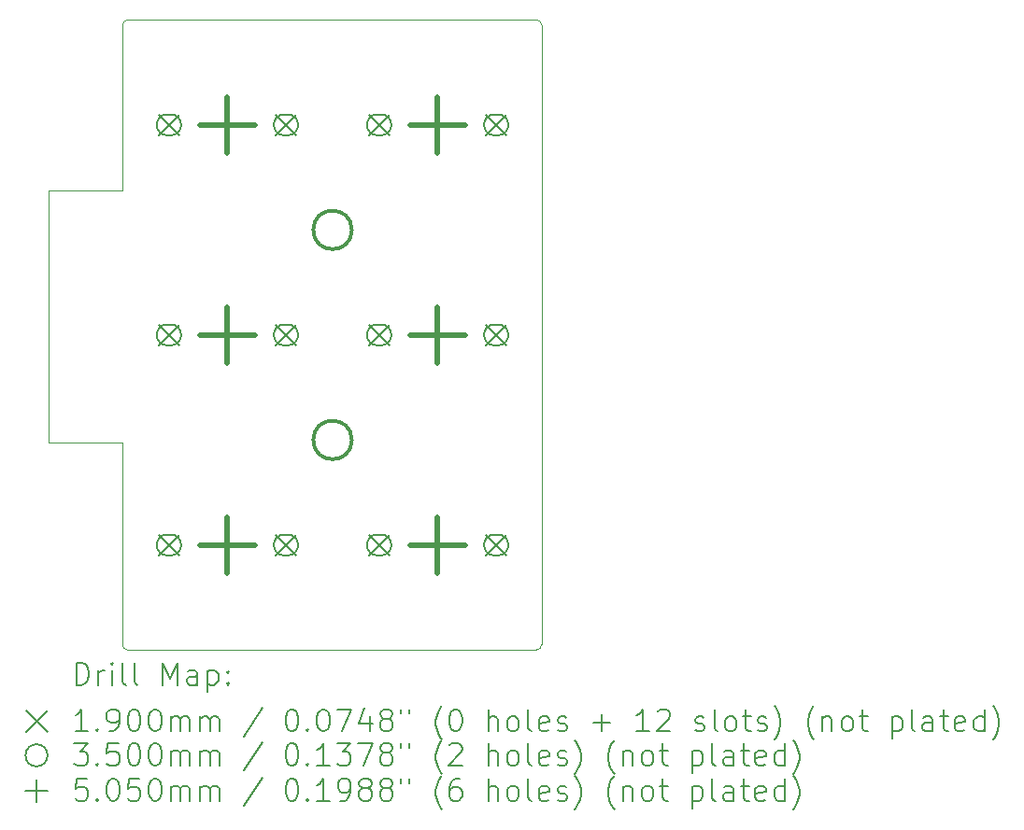
<source format=gbr>
%TF.GenerationSoftware,KiCad,Pcbnew,7.0.5*%
%TF.CreationDate,2023-07-24T08:43:02+08:00*%
%TF.ProjectId,RM,524d2e6b-6963-4616-945f-706362585858,rev?*%
%TF.SameCoordinates,Original*%
%TF.FileFunction,Drillmap*%
%TF.FilePolarity,Positive*%
%FSLAX45Y45*%
G04 Gerber Fmt 4.5, Leading zero omitted, Abs format (unit mm)*
G04 Created by KiCad (PCBNEW 7.0.5) date 2023-07-24 08:43:02*
%MOMM*%
%LPD*%
G01*
G04 APERTURE LIST*
%ADD10C,0.100000*%
%ADD11C,0.200000*%
%ADD12C,0.190000*%
%ADD13C,0.350000*%
%ADD14C,0.505000*%
G04 APERTURE END LIST*
D10*
X11403500Y-4490500D02*
G75*
G03*
X11353500Y-4540500I0J-50000D01*
G01*
X15153500Y-4540500D02*
G75*
G03*
X15103500Y-4490500I-50000J0D01*
G01*
X15103500Y-10205500D02*
G75*
G03*
X15153500Y-10155500I0J50000D01*
G01*
X11353500Y-10155500D02*
G75*
G03*
X11403500Y-10205500I50000J0D01*
G01*
X10681000Y-8321000D02*
X11353500Y-8321000D01*
X15153500Y-10155500D02*
X15153500Y-4540500D01*
X15103500Y-4490500D02*
X11403500Y-4490500D01*
X10681000Y-6035000D02*
X10681000Y-8321000D01*
X15103500Y-10205500D02*
X11403500Y-10205500D01*
X11353500Y-8321000D02*
X11353500Y-10155500D01*
X11353500Y-6035000D02*
X11353500Y-4540500D01*
X10681000Y-6035000D02*
X11353500Y-6035000D01*
D11*
D12*
X11681000Y-5348000D02*
X11871000Y-5538000D01*
X11871000Y-5348000D02*
X11681000Y-5538000D01*
D11*
X11761000Y-5538000D02*
X11791000Y-5538000D01*
X11791000Y-5538000D02*
G75*
G03*
X11791000Y-5348000I0J95000D01*
G01*
X11791000Y-5348000D02*
X11761000Y-5348000D01*
X11761000Y-5348000D02*
G75*
G03*
X11761000Y-5538000I0J-95000D01*
G01*
D12*
X11681000Y-7253000D02*
X11871000Y-7443000D01*
X11871000Y-7253000D02*
X11681000Y-7443000D01*
D11*
X11761000Y-7443000D02*
X11791000Y-7443000D01*
X11791000Y-7443000D02*
G75*
G03*
X11791000Y-7253000I0J95000D01*
G01*
X11791000Y-7253000D02*
X11761000Y-7253000D01*
X11761000Y-7253000D02*
G75*
G03*
X11761000Y-7443000I0J-95000D01*
G01*
D12*
X11681000Y-9158000D02*
X11871000Y-9348000D01*
X11871000Y-9158000D02*
X11681000Y-9348000D01*
D11*
X11761000Y-9348000D02*
X11791000Y-9348000D01*
X11791000Y-9348000D02*
G75*
G03*
X11791000Y-9158000I0J95000D01*
G01*
X11791000Y-9158000D02*
X11761000Y-9158000D01*
X11761000Y-9158000D02*
G75*
G03*
X11761000Y-9348000I0J-95000D01*
G01*
D12*
X12741000Y-5348000D02*
X12931000Y-5538000D01*
X12931000Y-5348000D02*
X12741000Y-5538000D01*
D11*
X12821000Y-5538000D02*
X12851000Y-5538000D01*
X12851000Y-5538000D02*
G75*
G03*
X12851000Y-5348000I0J95000D01*
G01*
X12851000Y-5348000D02*
X12821000Y-5348000D01*
X12821000Y-5348000D02*
G75*
G03*
X12821000Y-5538000I0J-95000D01*
G01*
D12*
X12741000Y-7253000D02*
X12931000Y-7443000D01*
X12931000Y-7253000D02*
X12741000Y-7443000D01*
D11*
X12821000Y-7443000D02*
X12851000Y-7443000D01*
X12851000Y-7443000D02*
G75*
G03*
X12851000Y-7253000I0J95000D01*
G01*
X12851000Y-7253000D02*
X12821000Y-7253000D01*
X12821000Y-7253000D02*
G75*
G03*
X12821000Y-7443000I0J-95000D01*
G01*
D12*
X12741000Y-9158000D02*
X12931000Y-9348000D01*
X12931000Y-9158000D02*
X12741000Y-9348000D01*
D11*
X12821000Y-9348000D02*
X12851000Y-9348000D01*
X12851000Y-9348000D02*
G75*
G03*
X12851000Y-9158000I0J95000D01*
G01*
X12851000Y-9158000D02*
X12821000Y-9158000D01*
X12821000Y-9158000D02*
G75*
G03*
X12821000Y-9348000I0J-95000D01*
G01*
D12*
X13586000Y-5348000D02*
X13776000Y-5538000D01*
X13776000Y-5348000D02*
X13586000Y-5538000D01*
D11*
X13666000Y-5538000D02*
X13696000Y-5538000D01*
X13696000Y-5538000D02*
G75*
G03*
X13696000Y-5348000I0J95000D01*
G01*
X13696000Y-5348000D02*
X13666000Y-5348000D01*
X13666000Y-5348000D02*
G75*
G03*
X13666000Y-5538000I0J-95000D01*
G01*
D12*
X13586000Y-7253000D02*
X13776000Y-7443000D01*
X13776000Y-7253000D02*
X13586000Y-7443000D01*
D11*
X13666000Y-7443000D02*
X13696000Y-7443000D01*
X13696000Y-7443000D02*
G75*
G03*
X13696000Y-7253000I0J95000D01*
G01*
X13696000Y-7253000D02*
X13666000Y-7253000D01*
X13666000Y-7253000D02*
G75*
G03*
X13666000Y-7443000I0J-95000D01*
G01*
D12*
X13586000Y-9158000D02*
X13776000Y-9348000D01*
X13776000Y-9158000D02*
X13586000Y-9348000D01*
D11*
X13666000Y-9348000D02*
X13696000Y-9348000D01*
X13696000Y-9348000D02*
G75*
G03*
X13696000Y-9158000I0J95000D01*
G01*
X13696000Y-9158000D02*
X13666000Y-9158000D01*
X13666000Y-9158000D02*
G75*
G03*
X13666000Y-9348000I0J-95000D01*
G01*
D12*
X14646000Y-5348000D02*
X14836000Y-5538000D01*
X14836000Y-5348000D02*
X14646000Y-5538000D01*
D11*
X14726000Y-5538000D02*
X14756000Y-5538000D01*
X14756000Y-5538000D02*
G75*
G03*
X14756000Y-5348000I0J95000D01*
G01*
X14756000Y-5348000D02*
X14726000Y-5348000D01*
X14726000Y-5348000D02*
G75*
G03*
X14726000Y-5538000I0J-95000D01*
G01*
D12*
X14646000Y-7253000D02*
X14836000Y-7443000D01*
X14836000Y-7253000D02*
X14646000Y-7443000D01*
D11*
X14726000Y-7443000D02*
X14756000Y-7443000D01*
X14756000Y-7443000D02*
G75*
G03*
X14756000Y-7253000I0J95000D01*
G01*
X14756000Y-7253000D02*
X14726000Y-7253000D01*
X14726000Y-7253000D02*
G75*
G03*
X14726000Y-7443000I0J-95000D01*
G01*
D12*
X14646000Y-9158000D02*
X14836000Y-9348000D01*
X14836000Y-9158000D02*
X14646000Y-9348000D01*
D11*
X14726000Y-9348000D02*
X14756000Y-9348000D01*
X14756000Y-9348000D02*
G75*
G03*
X14756000Y-9158000I0J95000D01*
G01*
X14756000Y-9158000D02*
X14726000Y-9158000D01*
X14726000Y-9158000D02*
G75*
G03*
X14726000Y-9348000I0J-95000D01*
G01*
D13*
X13433500Y-6395500D02*
G75*
G03*
X13433500Y-6395500I-175000J0D01*
G01*
X13433500Y-8300500D02*
G75*
G03*
X13433500Y-8300500I-175000J0D01*
G01*
D14*
X12306000Y-5190500D02*
X12306000Y-5695500D01*
X12053500Y-5443000D02*
X12558500Y-5443000D01*
X12306000Y-7095500D02*
X12306000Y-7600500D01*
X12053500Y-7348000D02*
X12558500Y-7348000D01*
X12306000Y-9000500D02*
X12306000Y-9505500D01*
X12053500Y-9253000D02*
X12558500Y-9253000D01*
X14211000Y-5190500D02*
X14211000Y-5695500D01*
X13958500Y-5443000D02*
X14463500Y-5443000D01*
X14211000Y-7095500D02*
X14211000Y-7600500D01*
X13958500Y-7348000D02*
X14463500Y-7348000D01*
X14211000Y-9000500D02*
X14211000Y-9505500D01*
X13958500Y-9253000D02*
X14463500Y-9253000D01*
D11*
X10936777Y-10521984D02*
X10936777Y-10321984D01*
X10936777Y-10321984D02*
X10984396Y-10321984D01*
X10984396Y-10321984D02*
X11012967Y-10331508D01*
X11012967Y-10331508D02*
X11032015Y-10350555D01*
X11032015Y-10350555D02*
X11041539Y-10369603D01*
X11041539Y-10369603D02*
X11051063Y-10407698D01*
X11051063Y-10407698D02*
X11051063Y-10436270D01*
X11051063Y-10436270D02*
X11041539Y-10474365D01*
X11041539Y-10474365D02*
X11032015Y-10493412D01*
X11032015Y-10493412D02*
X11012967Y-10512460D01*
X11012967Y-10512460D02*
X10984396Y-10521984D01*
X10984396Y-10521984D02*
X10936777Y-10521984D01*
X11136777Y-10521984D02*
X11136777Y-10388650D01*
X11136777Y-10426746D02*
X11146301Y-10407698D01*
X11146301Y-10407698D02*
X11155824Y-10398174D01*
X11155824Y-10398174D02*
X11174872Y-10388650D01*
X11174872Y-10388650D02*
X11193920Y-10388650D01*
X11260586Y-10521984D02*
X11260586Y-10388650D01*
X11260586Y-10321984D02*
X11251062Y-10331508D01*
X11251062Y-10331508D02*
X11260586Y-10341031D01*
X11260586Y-10341031D02*
X11270110Y-10331508D01*
X11270110Y-10331508D02*
X11260586Y-10321984D01*
X11260586Y-10321984D02*
X11260586Y-10341031D01*
X11384396Y-10521984D02*
X11365348Y-10512460D01*
X11365348Y-10512460D02*
X11355824Y-10493412D01*
X11355824Y-10493412D02*
X11355824Y-10321984D01*
X11489158Y-10521984D02*
X11470110Y-10512460D01*
X11470110Y-10512460D02*
X11460586Y-10493412D01*
X11460586Y-10493412D02*
X11460586Y-10321984D01*
X11717729Y-10521984D02*
X11717729Y-10321984D01*
X11717729Y-10321984D02*
X11784396Y-10464841D01*
X11784396Y-10464841D02*
X11851062Y-10321984D01*
X11851062Y-10321984D02*
X11851062Y-10521984D01*
X12032015Y-10521984D02*
X12032015Y-10417222D01*
X12032015Y-10417222D02*
X12022491Y-10398174D01*
X12022491Y-10398174D02*
X12003443Y-10388650D01*
X12003443Y-10388650D02*
X11965348Y-10388650D01*
X11965348Y-10388650D02*
X11946301Y-10398174D01*
X12032015Y-10512460D02*
X12012967Y-10521984D01*
X12012967Y-10521984D02*
X11965348Y-10521984D01*
X11965348Y-10521984D02*
X11946301Y-10512460D01*
X11946301Y-10512460D02*
X11936777Y-10493412D01*
X11936777Y-10493412D02*
X11936777Y-10474365D01*
X11936777Y-10474365D02*
X11946301Y-10455317D01*
X11946301Y-10455317D02*
X11965348Y-10445793D01*
X11965348Y-10445793D02*
X12012967Y-10445793D01*
X12012967Y-10445793D02*
X12032015Y-10436270D01*
X12127253Y-10388650D02*
X12127253Y-10588650D01*
X12127253Y-10398174D02*
X12146301Y-10388650D01*
X12146301Y-10388650D02*
X12184396Y-10388650D01*
X12184396Y-10388650D02*
X12203443Y-10398174D01*
X12203443Y-10398174D02*
X12212967Y-10407698D01*
X12212967Y-10407698D02*
X12222491Y-10426746D01*
X12222491Y-10426746D02*
X12222491Y-10483889D01*
X12222491Y-10483889D02*
X12212967Y-10502936D01*
X12212967Y-10502936D02*
X12203443Y-10512460D01*
X12203443Y-10512460D02*
X12184396Y-10521984D01*
X12184396Y-10521984D02*
X12146301Y-10521984D01*
X12146301Y-10521984D02*
X12127253Y-10512460D01*
X12308205Y-10502936D02*
X12317729Y-10512460D01*
X12317729Y-10512460D02*
X12308205Y-10521984D01*
X12308205Y-10521984D02*
X12298682Y-10512460D01*
X12298682Y-10512460D02*
X12308205Y-10502936D01*
X12308205Y-10502936D02*
X12308205Y-10521984D01*
X12308205Y-10398174D02*
X12317729Y-10407698D01*
X12317729Y-10407698D02*
X12308205Y-10417222D01*
X12308205Y-10417222D02*
X12298682Y-10407698D01*
X12298682Y-10407698D02*
X12308205Y-10398174D01*
X12308205Y-10398174D02*
X12308205Y-10417222D01*
D12*
X10486000Y-10755500D02*
X10676000Y-10945500D01*
X10676000Y-10755500D02*
X10486000Y-10945500D01*
D11*
X11041539Y-10941984D02*
X10927253Y-10941984D01*
X10984396Y-10941984D02*
X10984396Y-10741984D01*
X10984396Y-10741984D02*
X10965348Y-10770555D01*
X10965348Y-10770555D02*
X10946301Y-10789603D01*
X10946301Y-10789603D02*
X10927253Y-10799127D01*
X11127253Y-10922936D02*
X11136777Y-10932460D01*
X11136777Y-10932460D02*
X11127253Y-10941984D01*
X11127253Y-10941984D02*
X11117729Y-10932460D01*
X11117729Y-10932460D02*
X11127253Y-10922936D01*
X11127253Y-10922936D02*
X11127253Y-10941984D01*
X11232015Y-10941984D02*
X11270110Y-10941984D01*
X11270110Y-10941984D02*
X11289158Y-10932460D01*
X11289158Y-10932460D02*
X11298682Y-10922936D01*
X11298682Y-10922936D02*
X11317729Y-10894365D01*
X11317729Y-10894365D02*
X11327253Y-10856270D01*
X11327253Y-10856270D02*
X11327253Y-10780079D01*
X11327253Y-10780079D02*
X11317729Y-10761031D01*
X11317729Y-10761031D02*
X11308205Y-10751508D01*
X11308205Y-10751508D02*
X11289158Y-10741984D01*
X11289158Y-10741984D02*
X11251062Y-10741984D01*
X11251062Y-10741984D02*
X11232015Y-10751508D01*
X11232015Y-10751508D02*
X11222491Y-10761031D01*
X11222491Y-10761031D02*
X11212967Y-10780079D01*
X11212967Y-10780079D02*
X11212967Y-10827698D01*
X11212967Y-10827698D02*
X11222491Y-10846746D01*
X11222491Y-10846746D02*
X11232015Y-10856270D01*
X11232015Y-10856270D02*
X11251062Y-10865793D01*
X11251062Y-10865793D02*
X11289158Y-10865793D01*
X11289158Y-10865793D02*
X11308205Y-10856270D01*
X11308205Y-10856270D02*
X11317729Y-10846746D01*
X11317729Y-10846746D02*
X11327253Y-10827698D01*
X11451062Y-10741984D02*
X11470110Y-10741984D01*
X11470110Y-10741984D02*
X11489158Y-10751508D01*
X11489158Y-10751508D02*
X11498682Y-10761031D01*
X11498682Y-10761031D02*
X11508205Y-10780079D01*
X11508205Y-10780079D02*
X11517729Y-10818174D01*
X11517729Y-10818174D02*
X11517729Y-10865793D01*
X11517729Y-10865793D02*
X11508205Y-10903889D01*
X11508205Y-10903889D02*
X11498682Y-10922936D01*
X11498682Y-10922936D02*
X11489158Y-10932460D01*
X11489158Y-10932460D02*
X11470110Y-10941984D01*
X11470110Y-10941984D02*
X11451062Y-10941984D01*
X11451062Y-10941984D02*
X11432015Y-10932460D01*
X11432015Y-10932460D02*
X11422491Y-10922936D01*
X11422491Y-10922936D02*
X11412967Y-10903889D01*
X11412967Y-10903889D02*
X11403443Y-10865793D01*
X11403443Y-10865793D02*
X11403443Y-10818174D01*
X11403443Y-10818174D02*
X11412967Y-10780079D01*
X11412967Y-10780079D02*
X11422491Y-10761031D01*
X11422491Y-10761031D02*
X11432015Y-10751508D01*
X11432015Y-10751508D02*
X11451062Y-10741984D01*
X11641539Y-10741984D02*
X11660586Y-10741984D01*
X11660586Y-10741984D02*
X11679634Y-10751508D01*
X11679634Y-10751508D02*
X11689158Y-10761031D01*
X11689158Y-10761031D02*
X11698682Y-10780079D01*
X11698682Y-10780079D02*
X11708205Y-10818174D01*
X11708205Y-10818174D02*
X11708205Y-10865793D01*
X11708205Y-10865793D02*
X11698682Y-10903889D01*
X11698682Y-10903889D02*
X11689158Y-10922936D01*
X11689158Y-10922936D02*
X11679634Y-10932460D01*
X11679634Y-10932460D02*
X11660586Y-10941984D01*
X11660586Y-10941984D02*
X11641539Y-10941984D01*
X11641539Y-10941984D02*
X11622491Y-10932460D01*
X11622491Y-10932460D02*
X11612967Y-10922936D01*
X11612967Y-10922936D02*
X11603443Y-10903889D01*
X11603443Y-10903889D02*
X11593920Y-10865793D01*
X11593920Y-10865793D02*
X11593920Y-10818174D01*
X11593920Y-10818174D02*
X11603443Y-10780079D01*
X11603443Y-10780079D02*
X11612967Y-10761031D01*
X11612967Y-10761031D02*
X11622491Y-10751508D01*
X11622491Y-10751508D02*
X11641539Y-10741984D01*
X11793920Y-10941984D02*
X11793920Y-10808650D01*
X11793920Y-10827698D02*
X11803443Y-10818174D01*
X11803443Y-10818174D02*
X11822491Y-10808650D01*
X11822491Y-10808650D02*
X11851063Y-10808650D01*
X11851063Y-10808650D02*
X11870110Y-10818174D01*
X11870110Y-10818174D02*
X11879634Y-10837222D01*
X11879634Y-10837222D02*
X11879634Y-10941984D01*
X11879634Y-10837222D02*
X11889158Y-10818174D01*
X11889158Y-10818174D02*
X11908205Y-10808650D01*
X11908205Y-10808650D02*
X11936777Y-10808650D01*
X11936777Y-10808650D02*
X11955824Y-10818174D01*
X11955824Y-10818174D02*
X11965348Y-10837222D01*
X11965348Y-10837222D02*
X11965348Y-10941984D01*
X12060586Y-10941984D02*
X12060586Y-10808650D01*
X12060586Y-10827698D02*
X12070110Y-10818174D01*
X12070110Y-10818174D02*
X12089158Y-10808650D01*
X12089158Y-10808650D02*
X12117729Y-10808650D01*
X12117729Y-10808650D02*
X12136777Y-10818174D01*
X12136777Y-10818174D02*
X12146301Y-10837222D01*
X12146301Y-10837222D02*
X12146301Y-10941984D01*
X12146301Y-10837222D02*
X12155824Y-10818174D01*
X12155824Y-10818174D02*
X12174872Y-10808650D01*
X12174872Y-10808650D02*
X12203443Y-10808650D01*
X12203443Y-10808650D02*
X12222491Y-10818174D01*
X12222491Y-10818174D02*
X12232015Y-10837222D01*
X12232015Y-10837222D02*
X12232015Y-10941984D01*
X12622491Y-10732460D02*
X12451063Y-10989603D01*
X12879634Y-10741984D02*
X12898682Y-10741984D01*
X12898682Y-10741984D02*
X12917729Y-10751508D01*
X12917729Y-10751508D02*
X12927253Y-10761031D01*
X12927253Y-10761031D02*
X12936777Y-10780079D01*
X12936777Y-10780079D02*
X12946301Y-10818174D01*
X12946301Y-10818174D02*
X12946301Y-10865793D01*
X12946301Y-10865793D02*
X12936777Y-10903889D01*
X12936777Y-10903889D02*
X12927253Y-10922936D01*
X12927253Y-10922936D02*
X12917729Y-10932460D01*
X12917729Y-10932460D02*
X12898682Y-10941984D01*
X12898682Y-10941984D02*
X12879634Y-10941984D01*
X12879634Y-10941984D02*
X12860586Y-10932460D01*
X12860586Y-10932460D02*
X12851063Y-10922936D01*
X12851063Y-10922936D02*
X12841539Y-10903889D01*
X12841539Y-10903889D02*
X12832015Y-10865793D01*
X12832015Y-10865793D02*
X12832015Y-10818174D01*
X12832015Y-10818174D02*
X12841539Y-10780079D01*
X12841539Y-10780079D02*
X12851063Y-10761031D01*
X12851063Y-10761031D02*
X12860586Y-10751508D01*
X12860586Y-10751508D02*
X12879634Y-10741984D01*
X13032015Y-10922936D02*
X13041539Y-10932460D01*
X13041539Y-10932460D02*
X13032015Y-10941984D01*
X13032015Y-10941984D02*
X13022491Y-10932460D01*
X13022491Y-10932460D02*
X13032015Y-10922936D01*
X13032015Y-10922936D02*
X13032015Y-10941984D01*
X13165348Y-10741984D02*
X13184396Y-10741984D01*
X13184396Y-10741984D02*
X13203444Y-10751508D01*
X13203444Y-10751508D02*
X13212967Y-10761031D01*
X13212967Y-10761031D02*
X13222491Y-10780079D01*
X13222491Y-10780079D02*
X13232015Y-10818174D01*
X13232015Y-10818174D02*
X13232015Y-10865793D01*
X13232015Y-10865793D02*
X13222491Y-10903889D01*
X13222491Y-10903889D02*
X13212967Y-10922936D01*
X13212967Y-10922936D02*
X13203444Y-10932460D01*
X13203444Y-10932460D02*
X13184396Y-10941984D01*
X13184396Y-10941984D02*
X13165348Y-10941984D01*
X13165348Y-10941984D02*
X13146301Y-10932460D01*
X13146301Y-10932460D02*
X13136777Y-10922936D01*
X13136777Y-10922936D02*
X13127253Y-10903889D01*
X13127253Y-10903889D02*
X13117729Y-10865793D01*
X13117729Y-10865793D02*
X13117729Y-10818174D01*
X13117729Y-10818174D02*
X13127253Y-10780079D01*
X13127253Y-10780079D02*
X13136777Y-10761031D01*
X13136777Y-10761031D02*
X13146301Y-10751508D01*
X13146301Y-10751508D02*
X13165348Y-10741984D01*
X13298682Y-10741984D02*
X13432015Y-10741984D01*
X13432015Y-10741984D02*
X13346301Y-10941984D01*
X13593920Y-10808650D02*
X13593920Y-10941984D01*
X13546301Y-10732460D02*
X13498682Y-10875317D01*
X13498682Y-10875317D02*
X13622491Y-10875317D01*
X13727253Y-10827698D02*
X13708206Y-10818174D01*
X13708206Y-10818174D02*
X13698682Y-10808650D01*
X13698682Y-10808650D02*
X13689158Y-10789603D01*
X13689158Y-10789603D02*
X13689158Y-10780079D01*
X13689158Y-10780079D02*
X13698682Y-10761031D01*
X13698682Y-10761031D02*
X13708206Y-10751508D01*
X13708206Y-10751508D02*
X13727253Y-10741984D01*
X13727253Y-10741984D02*
X13765348Y-10741984D01*
X13765348Y-10741984D02*
X13784396Y-10751508D01*
X13784396Y-10751508D02*
X13793920Y-10761031D01*
X13793920Y-10761031D02*
X13803444Y-10780079D01*
X13803444Y-10780079D02*
X13803444Y-10789603D01*
X13803444Y-10789603D02*
X13793920Y-10808650D01*
X13793920Y-10808650D02*
X13784396Y-10818174D01*
X13784396Y-10818174D02*
X13765348Y-10827698D01*
X13765348Y-10827698D02*
X13727253Y-10827698D01*
X13727253Y-10827698D02*
X13708206Y-10837222D01*
X13708206Y-10837222D02*
X13698682Y-10846746D01*
X13698682Y-10846746D02*
X13689158Y-10865793D01*
X13689158Y-10865793D02*
X13689158Y-10903889D01*
X13689158Y-10903889D02*
X13698682Y-10922936D01*
X13698682Y-10922936D02*
X13708206Y-10932460D01*
X13708206Y-10932460D02*
X13727253Y-10941984D01*
X13727253Y-10941984D02*
X13765348Y-10941984D01*
X13765348Y-10941984D02*
X13784396Y-10932460D01*
X13784396Y-10932460D02*
X13793920Y-10922936D01*
X13793920Y-10922936D02*
X13803444Y-10903889D01*
X13803444Y-10903889D02*
X13803444Y-10865793D01*
X13803444Y-10865793D02*
X13793920Y-10846746D01*
X13793920Y-10846746D02*
X13784396Y-10837222D01*
X13784396Y-10837222D02*
X13765348Y-10827698D01*
X13879634Y-10741984D02*
X13879634Y-10780079D01*
X13955825Y-10741984D02*
X13955825Y-10780079D01*
X14251063Y-11018174D02*
X14241539Y-11008650D01*
X14241539Y-11008650D02*
X14222491Y-10980079D01*
X14222491Y-10980079D02*
X14212968Y-10961031D01*
X14212968Y-10961031D02*
X14203444Y-10932460D01*
X14203444Y-10932460D02*
X14193920Y-10884841D01*
X14193920Y-10884841D02*
X14193920Y-10846746D01*
X14193920Y-10846746D02*
X14203444Y-10799127D01*
X14203444Y-10799127D02*
X14212968Y-10770555D01*
X14212968Y-10770555D02*
X14222491Y-10751508D01*
X14222491Y-10751508D02*
X14241539Y-10722936D01*
X14241539Y-10722936D02*
X14251063Y-10713412D01*
X14365348Y-10741984D02*
X14384396Y-10741984D01*
X14384396Y-10741984D02*
X14403444Y-10751508D01*
X14403444Y-10751508D02*
X14412968Y-10761031D01*
X14412968Y-10761031D02*
X14422491Y-10780079D01*
X14422491Y-10780079D02*
X14432015Y-10818174D01*
X14432015Y-10818174D02*
X14432015Y-10865793D01*
X14432015Y-10865793D02*
X14422491Y-10903889D01*
X14422491Y-10903889D02*
X14412968Y-10922936D01*
X14412968Y-10922936D02*
X14403444Y-10932460D01*
X14403444Y-10932460D02*
X14384396Y-10941984D01*
X14384396Y-10941984D02*
X14365348Y-10941984D01*
X14365348Y-10941984D02*
X14346301Y-10932460D01*
X14346301Y-10932460D02*
X14336777Y-10922936D01*
X14336777Y-10922936D02*
X14327253Y-10903889D01*
X14327253Y-10903889D02*
X14317729Y-10865793D01*
X14317729Y-10865793D02*
X14317729Y-10818174D01*
X14317729Y-10818174D02*
X14327253Y-10780079D01*
X14327253Y-10780079D02*
X14336777Y-10761031D01*
X14336777Y-10761031D02*
X14346301Y-10751508D01*
X14346301Y-10751508D02*
X14365348Y-10741984D01*
X14670110Y-10941984D02*
X14670110Y-10741984D01*
X14755825Y-10941984D02*
X14755825Y-10837222D01*
X14755825Y-10837222D02*
X14746301Y-10818174D01*
X14746301Y-10818174D02*
X14727253Y-10808650D01*
X14727253Y-10808650D02*
X14698682Y-10808650D01*
X14698682Y-10808650D02*
X14679634Y-10818174D01*
X14679634Y-10818174D02*
X14670110Y-10827698D01*
X14879634Y-10941984D02*
X14860587Y-10932460D01*
X14860587Y-10932460D02*
X14851063Y-10922936D01*
X14851063Y-10922936D02*
X14841539Y-10903889D01*
X14841539Y-10903889D02*
X14841539Y-10846746D01*
X14841539Y-10846746D02*
X14851063Y-10827698D01*
X14851063Y-10827698D02*
X14860587Y-10818174D01*
X14860587Y-10818174D02*
X14879634Y-10808650D01*
X14879634Y-10808650D02*
X14908206Y-10808650D01*
X14908206Y-10808650D02*
X14927253Y-10818174D01*
X14927253Y-10818174D02*
X14936777Y-10827698D01*
X14936777Y-10827698D02*
X14946301Y-10846746D01*
X14946301Y-10846746D02*
X14946301Y-10903889D01*
X14946301Y-10903889D02*
X14936777Y-10922936D01*
X14936777Y-10922936D02*
X14927253Y-10932460D01*
X14927253Y-10932460D02*
X14908206Y-10941984D01*
X14908206Y-10941984D02*
X14879634Y-10941984D01*
X15060587Y-10941984D02*
X15041539Y-10932460D01*
X15041539Y-10932460D02*
X15032015Y-10913412D01*
X15032015Y-10913412D02*
X15032015Y-10741984D01*
X15212968Y-10932460D02*
X15193920Y-10941984D01*
X15193920Y-10941984D02*
X15155825Y-10941984D01*
X15155825Y-10941984D02*
X15136777Y-10932460D01*
X15136777Y-10932460D02*
X15127253Y-10913412D01*
X15127253Y-10913412D02*
X15127253Y-10837222D01*
X15127253Y-10837222D02*
X15136777Y-10818174D01*
X15136777Y-10818174D02*
X15155825Y-10808650D01*
X15155825Y-10808650D02*
X15193920Y-10808650D01*
X15193920Y-10808650D02*
X15212968Y-10818174D01*
X15212968Y-10818174D02*
X15222491Y-10837222D01*
X15222491Y-10837222D02*
X15222491Y-10856270D01*
X15222491Y-10856270D02*
X15127253Y-10875317D01*
X15298682Y-10932460D02*
X15317730Y-10941984D01*
X15317730Y-10941984D02*
X15355825Y-10941984D01*
X15355825Y-10941984D02*
X15374872Y-10932460D01*
X15374872Y-10932460D02*
X15384396Y-10913412D01*
X15384396Y-10913412D02*
X15384396Y-10903889D01*
X15384396Y-10903889D02*
X15374872Y-10884841D01*
X15374872Y-10884841D02*
X15355825Y-10875317D01*
X15355825Y-10875317D02*
X15327253Y-10875317D01*
X15327253Y-10875317D02*
X15308206Y-10865793D01*
X15308206Y-10865793D02*
X15298682Y-10846746D01*
X15298682Y-10846746D02*
X15298682Y-10837222D01*
X15298682Y-10837222D02*
X15308206Y-10818174D01*
X15308206Y-10818174D02*
X15327253Y-10808650D01*
X15327253Y-10808650D02*
X15355825Y-10808650D01*
X15355825Y-10808650D02*
X15374872Y-10818174D01*
X15622492Y-10865793D02*
X15774873Y-10865793D01*
X15698682Y-10941984D02*
X15698682Y-10789603D01*
X16127253Y-10941984D02*
X16012968Y-10941984D01*
X16070111Y-10941984D02*
X16070111Y-10741984D01*
X16070111Y-10741984D02*
X16051063Y-10770555D01*
X16051063Y-10770555D02*
X16032015Y-10789603D01*
X16032015Y-10789603D02*
X16012968Y-10799127D01*
X16203444Y-10761031D02*
X16212968Y-10751508D01*
X16212968Y-10751508D02*
X16232015Y-10741984D01*
X16232015Y-10741984D02*
X16279634Y-10741984D01*
X16279634Y-10741984D02*
X16298682Y-10751508D01*
X16298682Y-10751508D02*
X16308206Y-10761031D01*
X16308206Y-10761031D02*
X16317730Y-10780079D01*
X16317730Y-10780079D02*
X16317730Y-10799127D01*
X16317730Y-10799127D02*
X16308206Y-10827698D01*
X16308206Y-10827698D02*
X16193920Y-10941984D01*
X16193920Y-10941984D02*
X16317730Y-10941984D01*
X16546301Y-10932460D02*
X16565349Y-10941984D01*
X16565349Y-10941984D02*
X16603444Y-10941984D01*
X16603444Y-10941984D02*
X16622492Y-10932460D01*
X16622492Y-10932460D02*
X16632015Y-10913412D01*
X16632015Y-10913412D02*
X16632015Y-10903889D01*
X16632015Y-10903889D02*
X16622492Y-10884841D01*
X16622492Y-10884841D02*
X16603444Y-10875317D01*
X16603444Y-10875317D02*
X16574873Y-10875317D01*
X16574873Y-10875317D02*
X16555825Y-10865793D01*
X16555825Y-10865793D02*
X16546301Y-10846746D01*
X16546301Y-10846746D02*
X16546301Y-10837222D01*
X16546301Y-10837222D02*
X16555825Y-10818174D01*
X16555825Y-10818174D02*
X16574873Y-10808650D01*
X16574873Y-10808650D02*
X16603444Y-10808650D01*
X16603444Y-10808650D02*
X16622492Y-10818174D01*
X16746301Y-10941984D02*
X16727254Y-10932460D01*
X16727254Y-10932460D02*
X16717730Y-10913412D01*
X16717730Y-10913412D02*
X16717730Y-10741984D01*
X16851063Y-10941984D02*
X16832016Y-10932460D01*
X16832016Y-10932460D02*
X16822492Y-10922936D01*
X16822492Y-10922936D02*
X16812968Y-10903889D01*
X16812968Y-10903889D02*
X16812968Y-10846746D01*
X16812968Y-10846746D02*
X16822492Y-10827698D01*
X16822492Y-10827698D02*
X16832016Y-10818174D01*
X16832016Y-10818174D02*
X16851063Y-10808650D01*
X16851063Y-10808650D02*
X16879635Y-10808650D01*
X16879635Y-10808650D02*
X16898682Y-10818174D01*
X16898682Y-10818174D02*
X16908206Y-10827698D01*
X16908206Y-10827698D02*
X16917730Y-10846746D01*
X16917730Y-10846746D02*
X16917730Y-10903889D01*
X16917730Y-10903889D02*
X16908206Y-10922936D01*
X16908206Y-10922936D02*
X16898682Y-10932460D01*
X16898682Y-10932460D02*
X16879635Y-10941984D01*
X16879635Y-10941984D02*
X16851063Y-10941984D01*
X16974873Y-10808650D02*
X17051063Y-10808650D01*
X17003444Y-10741984D02*
X17003444Y-10913412D01*
X17003444Y-10913412D02*
X17012968Y-10932460D01*
X17012968Y-10932460D02*
X17032016Y-10941984D01*
X17032016Y-10941984D02*
X17051063Y-10941984D01*
X17108206Y-10932460D02*
X17127254Y-10941984D01*
X17127254Y-10941984D02*
X17165349Y-10941984D01*
X17165349Y-10941984D02*
X17184397Y-10932460D01*
X17184397Y-10932460D02*
X17193920Y-10913412D01*
X17193920Y-10913412D02*
X17193920Y-10903889D01*
X17193920Y-10903889D02*
X17184397Y-10884841D01*
X17184397Y-10884841D02*
X17165349Y-10875317D01*
X17165349Y-10875317D02*
X17136777Y-10875317D01*
X17136777Y-10875317D02*
X17117730Y-10865793D01*
X17117730Y-10865793D02*
X17108206Y-10846746D01*
X17108206Y-10846746D02*
X17108206Y-10837222D01*
X17108206Y-10837222D02*
X17117730Y-10818174D01*
X17117730Y-10818174D02*
X17136777Y-10808650D01*
X17136777Y-10808650D02*
X17165349Y-10808650D01*
X17165349Y-10808650D02*
X17184397Y-10818174D01*
X17260587Y-11018174D02*
X17270111Y-11008650D01*
X17270111Y-11008650D02*
X17289158Y-10980079D01*
X17289158Y-10980079D02*
X17298682Y-10961031D01*
X17298682Y-10961031D02*
X17308206Y-10932460D01*
X17308206Y-10932460D02*
X17317730Y-10884841D01*
X17317730Y-10884841D02*
X17317730Y-10846746D01*
X17317730Y-10846746D02*
X17308206Y-10799127D01*
X17308206Y-10799127D02*
X17298682Y-10770555D01*
X17298682Y-10770555D02*
X17289158Y-10751508D01*
X17289158Y-10751508D02*
X17270111Y-10722936D01*
X17270111Y-10722936D02*
X17260587Y-10713412D01*
X17622492Y-11018174D02*
X17612968Y-11008650D01*
X17612968Y-11008650D02*
X17593920Y-10980079D01*
X17593920Y-10980079D02*
X17584397Y-10961031D01*
X17584397Y-10961031D02*
X17574873Y-10932460D01*
X17574873Y-10932460D02*
X17565349Y-10884841D01*
X17565349Y-10884841D02*
X17565349Y-10846746D01*
X17565349Y-10846746D02*
X17574873Y-10799127D01*
X17574873Y-10799127D02*
X17584397Y-10770555D01*
X17584397Y-10770555D02*
X17593920Y-10751508D01*
X17593920Y-10751508D02*
X17612968Y-10722936D01*
X17612968Y-10722936D02*
X17622492Y-10713412D01*
X17698682Y-10808650D02*
X17698682Y-10941984D01*
X17698682Y-10827698D02*
X17708206Y-10818174D01*
X17708206Y-10818174D02*
X17727254Y-10808650D01*
X17727254Y-10808650D02*
X17755825Y-10808650D01*
X17755825Y-10808650D02*
X17774873Y-10818174D01*
X17774873Y-10818174D02*
X17784397Y-10837222D01*
X17784397Y-10837222D02*
X17784397Y-10941984D01*
X17908206Y-10941984D02*
X17889158Y-10932460D01*
X17889158Y-10932460D02*
X17879635Y-10922936D01*
X17879635Y-10922936D02*
X17870111Y-10903889D01*
X17870111Y-10903889D02*
X17870111Y-10846746D01*
X17870111Y-10846746D02*
X17879635Y-10827698D01*
X17879635Y-10827698D02*
X17889158Y-10818174D01*
X17889158Y-10818174D02*
X17908206Y-10808650D01*
X17908206Y-10808650D02*
X17936778Y-10808650D01*
X17936778Y-10808650D02*
X17955825Y-10818174D01*
X17955825Y-10818174D02*
X17965349Y-10827698D01*
X17965349Y-10827698D02*
X17974873Y-10846746D01*
X17974873Y-10846746D02*
X17974873Y-10903889D01*
X17974873Y-10903889D02*
X17965349Y-10922936D01*
X17965349Y-10922936D02*
X17955825Y-10932460D01*
X17955825Y-10932460D02*
X17936778Y-10941984D01*
X17936778Y-10941984D02*
X17908206Y-10941984D01*
X18032016Y-10808650D02*
X18108206Y-10808650D01*
X18060587Y-10741984D02*
X18060587Y-10913412D01*
X18060587Y-10913412D02*
X18070111Y-10932460D01*
X18070111Y-10932460D02*
X18089158Y-10941984D01*
X18089158Y-10941984D02*
X18108206Y-10941984D01*
X18327254Y-10808650D02*
X18327254Y-11008650D01*
X18327254Y-10818174D02*
X18346301Y-10808650D01*
X18346301Y-10808650D02*
X18384397Y-10808650D01*
X18384397Y-10808650D02*
X18403444Y-10818174D01*
X18403444Y-10818174D02*
X18412968Y-10827698D01*
X18412968Y-10827698D02*
X18422492Y-10846746D01*
X18422492Y-10846746D02*
X18422492Y-10903889D01*
X18422492Y-10903889D02*
X18412968Y-10922936D01*
X18412968Y-10922936D02*
X18403444Y-10932460D01*
X18403444Y-10932460D02*
X18384397Y-10941984D01*
X18384397Y-10941984D02*
X18346301Y-10941984D01*
X18346301Y-10941984D02*
X18327254Y-10932460D01*
X18536778Y-10941984D02*
X18517730Y-10932460D01*
X18517730Y-10932460D02*
X18508206Y-10913412D01*
X18508206Y-10913412D02*
X18508206Y-10741984D01*
X18698682Y-10941984D02*
X18698682Y-10837222D01*
X18698682Y-10837222D02*
X18689159Y-10818174D01*
X18689159Y-10818174D02*
X18670111Y-10808650D01*
X18670111Y-10808650D02*
X18632016Y-10808650D01*
X18632016Y-10808650D02*
X18612968Y-10818174D01*
X18698682Y-10932460D02*
X18679635Y-10941984D01*
X18679635Y-10941984D02*
X18632016Y-10941984D01*
X18632016Y-10941984D02*
X18612968Y-10932460D01*
X18612968Y-10932460D02*
X18603444Y-10913412D01*
X18603444Y-10913412D02*
X18603444Y-10894365D01*
X18603444Y-10894365D02*
X18612968Y-10875317D01*
X18612968Y-10875317D02*
X18632016Y-10865793D01*
X18632016Y-10865793D02*
X18679635Y-10865793D01*
X18679635Y-10865793D02*
X18698682Y-10856270D01*
X18765349Y-10808650D02*
X18841539Y-10808650D01*
X18793920Y-10741984D02*
X18793920Y-10913412D01*
X18793920Y-10913412D02*
X18803444Y-10932460D01*
X18803444Y-10932460D02*
X18822492Y-10941984D01*
X18822492Y-10941984D02*
X18841539Y-10941984D01*
X18984397Y-10932460D02*
X18965349Y-10941984D01*
X18965349Y-10941984D02*
X18927254Y-10941984D01*
X18927254Y-10941984D02*
X18908206Y-10932460D01*
X18908206Y-10932460D02*
X18898682Y-10913412D01*
X18898682Y-10913412D02*
X18898682Y-10837222D01*
X18898682Y-10837222D02*
X18908206Y-10818174D01*
X18908206Y-10818174D02*
X18927254Y-10808650D01*
X18927254Y-10808650D02*
X18965349Y-10808650D01*
X18965349Y-10808650D02*
X18984397Y-10818174D01*
X18984397Y-10818174D02*
X18993920Y-10837222D01*
X18993920Y-10837222D02*
X18993920Y-10856270D01*
X18993920Y-10856270D02*
X18898682Y-10875317D01*
X19165349Y-10941984D02*
X19165349Y-10741984D01*
X19165349Y-10932460D02*
X19146301Y-10941984D01*
X19146301Y-10941984D02*
X19108206Y-10941984D01*
X19108206Y-10941984D02*
X19089159Y-10932460D01*
X19089159Y-10932460D02*
X19079635Y-10922936D01*
X19079635Y-10922936D02*
X19070111Y-10903889D01*
X19070111Y-10903889D02*
X19070111Y-10846746D01*
X19070111Y-10846746D02*
X19079635Y-10827698D01*
X19079635Y-10827698D02*
X19089159Y-10818174D01*
X19089159Y-10818174D02*
X19108206Y-10808650D01*
X19108206Y-10808650D02*
X19146301Y-10808650D01*
X19146301Y-10808650D02*
X19165349Y-10818174D01*
X19241540Y-11018174D02*
X19251063Y-11008650D01*
X19251063Y-11008650D02*
X19270111Y-10980079D01*
X19270111Y-10980079D02*
X19279635Y-10961031D01*
X19279635Y-10961031D02*
X19289159Y-10932460D01*
X19289159Y-10932460D02*
X19298682Y-10884841D01*
X19298682Y-10884841D02*
X19298682Y-10846746D01*
X19298682Y-10846746D02*
X19289159Y-10799127D01*
X19289159Y-10799127D02*
X19279635Y-10770555D01*
X19279635Y-10770555D02*
X19270111Y-10751508D01*
X19270111Y-10751508D02*
X19251063Y-10722936D01*
X19251063Y-10722936D02*
X19241540Y-10713412D01*
X10676000Y-11160500D02*
G75*
G03*
X10676000Y-11160500I-100000J0D01*
G01*
X10917729Y-11051984D02*
X11041539Y-11051984D01*
X11041539Y-11051984D02*
X10974872Y-11128174D01*
X10974872Y-11128174D02*
X11003444Y-11128174D01*
X11003444Y-11128174D02*
X11022491Y-11137698D01*
X11022491Y-11137698D02*
X11032015Y-11147222D01*
X11032015Y-11147222D02*
X11041539Y-11166270D01*
X11041539Y-11166270D02*
X11041539Y-11213888D01*
X11041539Y-11213888D02*
X11032015Y-11232936D01*
X11032015Y-11232936D02*
X11022491Y-11242460D01*
X11022491Y-11242460D02*
X11003444Y-11251984D01*
X11003444Y-11251984D02*
X10946301Y-11251984D01*
X10946301Y-11251984D02*
X10927253Y-11242460D01*
X10927253Y-11242460D02*
X10917729Y-11232936D01*
X11127253Y-11232936D02*
X11136777Y-11242460D01*
X11136777Y-11242460D02*
X11127253Y-11251984D01*
X11127253Y-11251984D02*
X11117729Y-11242460D01*
X11117729Y-11242460D02*
X11127253Y-11232936D01*
X11127253Y-11232936D02*
X11127253Y-11251984D01*
X11317729Y-11051984D02*
X11222491Y-11051984D01*
X11222491Y-11051984D02*
X11212967Y-11147222D01*
X11212967Y-11147222D02*
X11222491Y-11137698D01*
X11222491Y-11137698D02*
X11241539Y-11128174D01*
X11241539Y-11128174D02*
X11289158Y-11128174D01*
X11289158Y-11128174D02*
X11308205Y-11137698D01*
X11308205Y-11137698D02*
X11317729Y-11147222D01*
X11317729Y-11147222D02*
X11327253Y-11166270D01*
X11327253Y-11166270D02*
X11327253Y-11213888D01*
X11327253Y-11213888D02*
X11317729Y-11232936D01*
X11317729Y-11232936D02*
X11308205Y-11242460D01*
X11308205Y-11242460D02*
X11289158Y-11251984D01*
X11289158Y-11251984D02*
X11241539Y-11251984D01*
X11241539Y-11251984D02*
X11222491Y-11242460D01*
X11222491Y-11242460D02*
X11212967Y-11232936D01*
X11451062Y-11051984D02*
X11470110Y-11051984D01*
X11470110Y-11051984D02*
X11489158Y-11061508D01*
X11489158Y-11061508D02*
X11498682Y-11071031D01*
X11498682Y-11071031D02*
X11508205Y-11090079D01*
X11508205Y-11090079D02*
X11517729Y-11128174D01*
X11517729Y-11128174D02*
X11517729Y-11175793D01*
X11517729Y-11175793D02*
X11508205Y-11213888D01*
X11508205Y-11213888D02*
X11498682Y-11232936D01*
X11498682Y-11232936D02*
X11489158Y-11242460D01*
X11489158Y-11242460D02*
X11470110Y-11251984D01*
X11470110Y-11251984D02*
X11451062Y-11251984D01*
X11451062Y-11251984D02*
X11432015Y-11242460D01*
X11432015Y-11242460D02*
X11422491Y-11232936D01*
X11422491Y-11232936D02*
X11412967Y-11213888D01*
X11412967Y-11213888D02*
X11403443Y-11175793D01*
X11403443Y-11175793D02*
X11403443Y-11128174D01*
X11403443Y-11128174D02*
X11412967Y-11090079D01*
X11412967Y-11090079D02*
X11422491Y-11071031D01*
X11422491Y-11071031D02*
X11432015Y-11061508D01*
X11432015Y-11061508D02*
X11451062Y-11051984D01*
X11641539Y-11051984D02*
X11660586Y-11051984D01*
X11660586Y-11051984D02*
X11679634Y-11061508D01*
X11679634Y-11061508D02*
X11689158Y-11071031D01*
X11689158Y-11071031D02*
X11698682Y-11090079D01*
X11698682Y-11090079D02*
X11708205Y-11128174D01*
X11708205Y-11128174D02*
X11708205Y-11175793D01*
X11708205Y-11175793D02*
X11698682Y-11213888D01*
X11698682Y-11213888D02*
X11689158Y-11232936D01*
X11689158Y-11232936D02*
X11679634Y-11242460D01*
X11679634Y-11242460D02*
X11660586Y-11251984D01*
X11660586Y-11251984D02*
X11641539Y-11251984D01*
X11641539Y-11251984D02*
X11622491Y-11242460D01*
X11622491Y-11242460D02*
X11612967Y-11232936D01*
X11612967Y-11232936D02*
X11603443Y-11213888D01*
X11603443Y-11213888D02*
X11593920Y-11175793D01*
X11593920Y-11175793D02*
X11593920Y-11128174D01*
X11593920Y-11128174D02*
X11603443Y-11090079D01*
X11603443Y-11090079D02*
X11612967Y-11071031D01*
X11612967Y-11071031D02*
X11622491Y-11061508D01*
X11622491Y-11061508D02*
X11641539Y-11051984D01*
X11793920Y-11251984D02*
X11793920Y-11118650D01*
X11793920Y-11137698D02*
X11803443Y-11128174D01*
X11803443Y-11128174D02*
X11822491Y-11118650D01*
X11822491Y-11118650D02*
X11851063Y-11118650D01*
X11851063Y-11118650D02*
X11870110Y-11128174D01*
X11870110Y-11128174D02*
X11879634Y-11147222D01*
X11879634Y-11147222D02*
X11879634Y-11251984D01*
X11879634Y-11147222D02*
X11889158Y-11128174D01*
X11889158Y-11128174D02*
X11908205Y-11118650D01*
X11908205Y-11118650D02*
X11936777Y-11118650D01*
X11936777Y-11118650D02*
X11955824Y-11128174D01*
X11955824Y-11128174D02*
X11965348Y-11147222D01*
X11965348Y-11147222D02*
X11965348Y-11251984D01*
X12060586Y-11251984D02*
X12060586Y-11118650D01*
X12060586Y-11137698D02*
X12070110Y-11128174D01*
X12070110Y-11128174D02*
X12089158Y-11118650D01*
X12089158Y-11118650D02*
X12117729Y-11118650D01*
X12117729Y-11118650D02*
X12136777Y-11128174D01*
X12136777Y-11128174D02*
X12146301Y-11147222D01*
X12146301Y-11147222D02*
X12146301Y-11251984D01*
X12146301Y-11147222D02*
X12155824Y-11128174D01*
X12155824Y-11128174D02*
X12174872Y-11118650D01*
X12174872Y-11118650D02*
X12203443Y-11118650D01*
X12203443Y-11118650D02*
X12222491Y-11128174D01*
X12222491Y-11128174D02*
X12232015Y-11147222D01*
X12232015Y-11147222D02*
X12232015Y-11251984D01*
X12622491Y-11042460D02*
X12451063Y-11299603D01*
X12879634Y-11051984D02*
X12898682Y-11051984D01*
X12898682Y-11051984D02*
X12917729Y-11061508D01*
X12917729Y-11061508D02*
X12927253Y-11071031D01*
X12927253Y-11071031D02*
X12936777Y-11090079D01*
X12936777Y-11090079D02*
X12946301Y-11128174D01*
X12946301Y-11128174D02*
X12946301Y-11175793D01*
X12946301Y-11175793D02*
X12936777Y-11213888D01*
X12936777Y-11213888D02*
X12927253Y-11232936D01*
X12927253Y-11232936D02*
X12917729Y-11242460D01*
X12917729Y-11242460D02*
X12898682Y-11251984D01*
X12898682Y-11251984D02*
X12879634Y-11251984D01*
X12879634Y-11251984D02*
X12860586Y-11242460D01*
X12860586Y-11242460D02*
X12851063Y-11232936D01*
X12851063Y-11232936D02*
X12841539Y-11213888D01*
X12841539Y-11213888D02*
X12832015Y-11175793D01*
X12832015Y-11175793D02*
X12832015Y-11128174D01*
X12832015Y-11128174D02*
X12841539Y-11090079D01*
X12841539Y-11090079D02*
X12851063Y-11071031D01*
X12851063Y-11071031D02*
X12860586Y-11061508D01*
X12860586Y-11061508D02*
X12879634Y-11051984D01*
X13032015Y-11232936D02*
X13041539Y-11242460D01*
X13041539Y-11242460D02*
X13032015Y-11251984D01*
X13032015Y-11251984D02*
X13022491Y-11242460D01*
X13022491Y-11242460D02*
X13032015Y-11232936D01*
X13032015Y-11232936D02*
X13032015Y-11251984D01*
X13232015Y-11251984D02*
X13117729Y-11251984D01*
X13174872Y-11251984D02*
X13174872Y-11051984D01*
X13174872Y-11051984D02*
X13155825Y-11080555D01*
X13155825Y-11080555D02*
X13136777Y-11099603D01*
X13136777Y-11099603D02*
X13117729Y-11109127D01*
X13298682Y-11051984D02*
X13422491Y-11051984D01*
X13422491Y-11051984D02*
X13355825Y-11128174D01*
X13355825Y-11128174D02*
X13384396Y-11128174D01*
X13384396Y-11128174D02*
X13403444Y-11137698D01*
X13403444Y-11137698D02*
X13412967Y-11147222D01*
X13412967Y-11147222D02*
X13422491Y-11166270D01*
X13422491Y-11166270D02*
X13422491Y-11213888D01*
X13422491Y-11213888D02*
X13412967Y-11232936D01*
X13412967Y-11232936D02*
X13403444Y-11242460D01*
X13403444Y-11242460D02*
X13384396Y-11251984D01*
X13384396Y-11251984D02*
X13327253Y-11251984D01*
X13327253Y-11251984D02*
X13308206Y-11242460D01*
X13308206Y-11242460D02*
X13298682Y-11232936D01*
X13489158Y-11051984D02*
X13622491Y-11051984D01*
X13622491Y-11051984D02*
X13536777Y-11251984D01*
X13727253Y-11137698D02*
X13708206Y-11128174D01*
X13708206Y-11128174D02*
X13698682Y-11118650D01*
X13698682Y-11118650D02*
X13689158Y-11099603D01*
X13689158Y-11099603D02*
X13689158Y-11090079D01*
X13689158Y-11090079D02*
X13698682Y-11071031D01*
X13698682Y-11071031D02*
X13708206Y-11061508D01*
X13708206Y-11061508D02*
X13727253Y-11051984D01*
X13727253Y-11051984D02*
X13765348Y-11051984D01*
X13765348Y-11051984D02*
X13784396Y-11061508D01*
X13784396Y-11061508D02*
X13793920Y-11071031D01*
X13793920Y-11071031D02*
X13803444Y-11090079D01*
X13803444Y-11090079D02*
X13803444Y-11099603D01*
X13803444Y-11099603D02*
X13793920Y-11118650D01*
X13793920Y-11118650D02*
X13784396Y-11128174D01*
X13784396Y-11128174D02*
X13765348Y-11137698D01*
X13765348Y-11137698D02*
X13727253Y-11137698D01*
X13727253Y-11137698D02*
X13708206Y-11147222D01*
X13708206Y-11147222D02*
X13698682Y-11156746D01*
X13698682Y-11156746D02*
X13689158Y-11175793D01*
X13689158Y-11175793D02*
X13689158Y-11213888D01*
X13689158Y-11213888D02*
X13698682Y-11232936D01*
X13698682Y-11232936D02*
X13708206Y-11242460D01*
X13708206Y-11242460D02*
X13727253Y-11251984D01*
X13727253Y-11251984D02*
X13765348Y-11251984D01*
X13765348Y-11251984D02*
X13784396Y-11242460D01*
X13784396Y-11242460D02*
X13793920Y-11232936D01*
X13793920Y-11232936D02*
X13803444Y-11213888D01*
X13803444Y-11213888D02*
X13803444Y-11175793D01*
X13803444Y-11175793D02*
X13793920Y-11156746D01*
X13793920Y-11156746D02*
X13784396Y-11147222D01*
X13784396Y-11147222D02*
X13765348Y-11137698D01*
X13879634Y-11051984D02*
X13879634Y-11090079D01*
X13955825Y-11051984D02*
X13955825Y-11090079D01*
X14251063Y-11328174D02*
X14241539Y-11318650D01*
X14241539Y-11318650D02*
X14222491Y-11290079D01*
X14222491Y-11290079D02*
X14212968Y-11271031D01*
X14212968Y-11271031D02*
X14203444Y-11242460D01*
X14203444Y-11242460D02*
X14193920Y-11194841D01*
X14193920Y-11194841D02*
X14193920Y-11156746D01*
X14193920Y-11156746D02*
X14203444Y-11109127D01*
X14203444Y-11109127D02*
X14212968Y-11080555D01*
X14212968Y-11080555D02*
X14222491Y-11061508D01*
X14222491Y-11061508D02*
X14241539Y-11032936D01*
X14241539Y-11032936D02*
X14251063Y-11023412D01*
X14317729Y-11071031D02*
X14327253Y-11061508D01*
X14327253Y-11061508D02*
X14346301Y-11051984D01*
X14346301Y-11051984D02*
X14393920Y-11051984D01*
X14393920Y-11051984D02*
X14412968Y-11061508D01*
X14412968Y-11061508D02*
X14422491Y-11071031D01*
X14422491Y-11071031D02*
X14432015Y-11090079D01*
X14432015Y-11090079D02*
X14432015Y-11109127D01*
X14432015Y-11109127D02*
X14422491Y-11137698D01*
X14422491Y-11137698D02*
X14308206Y-11251984D01*
X14308206Y-11251984D02*
X14432015Y-11251984D01*
X14670110Y-11251984D02*
X14670110Y-11051984D01*
X14755825Y-11251984D02*
X14755825Y-11147222D01*
X14755825Y-11147222D02*
X14746301Y-11128174D01*
X14746301Y-11128174D02*
X14727253Y-11118650D01*
X14727253Y-11118650D02*
X14698682Y-11118650D01*
X14698682Y-11118650D02*
X14679634Y-11128174D01*
X14679634Y-11128174D02*
X14670110Y-11137698D01*
X14879634Y-11251984D02*
X14860587Y-11242460D01*
X14860587Y-11242460D02*
X14851063Y-11232936D01*
X14851063Y-11232936D02*
X14841539Y-11213888D01*
X14841539Y-11213888D02*
X14841539Y-11156746D01*
X14841539Y-11156746D02*
X14851063Y-11137698D01*
X14851063Y-11137698D02*
X14860587Y-11128174D01*
X14860587Y-11128174D02*
X14879634Y-11118650D01*
X14879634Y-11118650D02*
X14908206Y-11118650D01*
X14908206Y-11118650D02*
X14927253Y-11128174D01*
X14927253Y-11128174D02*
X14936777Y-11137698D01*
X14936777Y-11137698D02*
X14946301Y-11156746D01*
X14946301Y-11156746D02*
X14946301Y-11213888D01*
X14946301Y-11213888D02*
X14936777Y-11232936D01*
X14936777Y-11232936D02*
X14927253Y-11242460D01*
X14927253Y-11242460D02*
X14908206Y-11251984D01*
X14908206Y-11251984D02*
X14879634Y-11251984D01*
X15060587Y-11251984D02*
X15041539Y-11242460D01*
X15041539Y-11242460D02*
X15032015Y-11223412D01*
X15032015Y-11223412D02*
X15032015Y-11051984D01*
X15212968Y-11242460D02*
X15193920Y-11251984D01*
X15193920Y-11251984D02*
X15155825Y-11251984D01*
X15155825Y-11251984D02*
X15136777Y-11242460D01*
X15136777Y-11242460D02*
X15127253Y-11223412D01*
X15127253Y-11223412D02*
X15127253Y-11147222D01*
X15127253Y-11147222D02*
X15136777Y-11128174D01*
X15136777Y-11128174D02*
X15155825Y-11118650D01*
X15155825Y-11118650D02*
X15193920Y-11118650D01*
X15193920Y-11118650D02*
X15212968Y-11128174D01*
X15212968Y-11128174D02*
X15222491Y-11147222D01*
X15222491Y-11147222D02*
X15222491Y-11166270D01*
X15222491Y-11166270D02*
X15127253Y-11185317D01*
X15298682Y-11242460D02*
X15317730Y-11251984D01*
X15317730Y-11251984D02*
X15355825Y-11251984D01*
X15355825Y-11251984D02*
X15374872Y-11242460D01*
X15374872Y-11242460D02*
X15384396Y-11223412D01*
X15384396Y-11223412D02*
X15384396Y-11213888D01*
X15384396Y-11213888D02*
X15374872Y-11194841D01*
X15374872Y-11194841D02*
X15355825Y-11185317D01*
X15355825Y-11185317D02*
X15327253Y-11185317D01*
X15327253Y-11185317D02*
X15308206Y-11175793D01*
X15308206Y-11175793D02*
X15298682Y-11156746D01*
X15298682Y-11156746D02*
X15298682Y-11147222D01*
X15298682Y-11147222D02*
X15308206Y-11128174D01*
X15308206Y-11128174D02*
X15327253Y-11118650D01*
X15327253Y-11118650D02*
X15355825Y-11118650D01*
X15355825Y-11118650D02*
X15374872Y-11128174D01*
X15451063Y-11328174D02*
X15460587Y-11318650D01*
X15460587Y-11318650D02*
X15479634Y-11290079D01*
X15479634Y-11290079D02*
X15489158Y-11271031D01*
X15489158Y-11271031D02*
X15498682Y-11242460D01*
X15498682Y-11242460D02*
X15508206Y-11194841D01*
X15508206Y-11194841D02*
X15508206Y-11156746D01*
X15508206Y-11156746D02*
X15498682Y-11109127D01*
X15498682Y-11109127D02*
X15489158Y-11080555D01*
X15489158Y-11080555D02*
X15479634Y-11061508D01*
X15479634Y-11061508D02*
X15460587Y-11032936D01*
X15460587Y-11032936D02*
X15451063Y-11023412D01*
X15812968Y-11328174D02*
X15803444Y-11318650D01*
X15803444Y-11318650D02*
X15784396Y-11290079D01*
X15784396Y-11290079D02*
X15774872Y-11271031D01*
X15774872Y-11271031D02*
X15765349Y-11242460D01*
X15765349Y-11242460D02*
X15755825Y-11194841D01*
X15755825Y-11194841D02*
X15755825Y-11156746D01*
X15755825Y-11156746D02*
X15765349Y-11109127D01*
X15765349Y-11109127D02*
X15774872Y-11080555D01*
X15774872Y-11080555D02*
X15784396Y-11061508D01*
X15784396Y-11061508D02*
X15803444Y-11032936D01*
X15803444Y-11032936D02*
X15812968Y-11023412D01*
X15889158Y-11118650D02*
X15889158Y-11251984D01*
X15889158Y-11137698D02*
X15898682Y-11128174D01*
X15898682Y-11128174D02*
X15917730Y-11118650D01*
X15917730Y-11118650D02*
X15946301Y-11118650D01*
X15946301Y-11118650D02*
X15965349Y-11128174D01*
X15965349Y-11128174D02*
X15974872Y-11147222D01*
X15974872Y-11147222D02*
X15974872Y-11251984D01*
X16098682Y-11251984D02*
X16079634Y-11242460D01*
X16079634Y-11242460D02*
X16070111Y-11232936D01*
X16070111Y-11232936D02*
X16060587Y-11213888D01*
X16060587Y-11213888D02*
X16060587Y-11156746D01*
X16060587Y-11156746D02*
X16070111Y-11137698D01*
X16070111Y-11137698D02*
X16079634Y-11128174D01*
X16079634Y-11128174D02*
X16098682Y-11118650D01*
X16098682Y-11118650D02*
X16127253Y-11118650D01*
X16127253Y-11118650D02*
X16146301Y-11128174D01*
X16146301Y-11128174D02*
X16155825Y-11137698D01*
X16155825Y-11137698D02*
X16165349Y-11156746D01*
X16165349Y-11156746D02*
X16165349Y-11213888D01*
X16165349Y-11213888D02*
X16155825Y-11232936D01*
X16155825Y-11232936D02*
X16146301Y-11242460D01*
X16146301Y-11242460D02*
X16127253Y-11251984D01*
X16127253Y-11251984D02*
X16098682Y-11251984D01*
X16222492Y-11118650D02*
X16298682Y-11118650D01*
X16251063Y-11051984D02*
X16251063Y-11223412D01*
X16251063Y-11223412D02*
X16260587Y-11242460D01*
X16260587Y-11242460D02*
X16279634Y-11251984D01*
X16279634Y-11251984D02*
X16298682Y-11251984D01*
X16517730Y-11118650D02*
X16517730Y-11318650D01*
X16517730Y-11128174D02*
X16536777Y-11118650D01*
X16536777Y-11118650D02*
X16574873Y-11118650D01*
X16574873Y-11118650D02*
X16593920Y-11128174D01*
X16593920Y-11128174D02*
X16603444Y-11137698D01*
X16603444Y-11137698D02*
X16612968Y-11156746D01*
X16612968Y-11156746D02*
X16612968Y-11213888D01*
X16612968Y-11213888D02*
X16603444Y-11232936D01*
X16603444Y-11232936D02*
X16593920Y-11242460D01*
X16593920Y-11242460D02*
X16574873Y-11251984D01*
X16574873Y-11251984D02*
X16536777Y-11251984D01*
X16536777Y-11251984D02*
X16517730Y-11242460D01*
X16727253Y-11251984D02*
X16708206Y-11242460D01*
X16708206Y-11242460D02*
X16698682Y-11223412D01*
X16698682Y-11223412D02*
X16698682Y-11051984D01*
X16889158Y-11251984D02*
X16889158Y-11147222D01*
X16889158Y-11147222D02*
X16879635Y-11128174D01*
X16879635Y-11128174D02*
X16860587Y-11118650D01*
X16860587Y-11118650D02*
X16822492Y-11118650D01*
X16822492Y-11118650D02*
X16803444Y-11128174D01*
X16889158Y-11242460D02*
X16870111Y-11251984D01*
X16870111Y-11251984D02*
X16822492Y-11251984D01*
X16822492Y-11251984D02*
X16803444Y-11242460D01*
X16803444Y-11242460D02*
X16793920Y-11223412D01*
X16793920Y-11223412D02*
X16793920Y-11204365D01*
X16793920Y-11204365D02*
X16803444Y-11185317D01*
X16803444Y-11185317D02*
X16822492Y-11175793D01*
X16822492Y-11175793D02*
X16870111Y-11175793D01*
X16870111Y-11175793D02*
X16889158Y-11166270D01*
X16955825Y-11118650D02*
X17032015Y-11118650D01*
X16984396Y-11051984D02*
X16984396Y-11223412D01*
X16984396Y-11223412D02*
X16993920Y-11242460D01*
X16993920Y-11242460D02*
X17012968Y-11251984D01*
X17012968Y-11251984D02*
X17032015Y-11251984D01*
X17174873Y-11242460D02*
X17155825Y-11251984D01*
X17155825Y-11251984D02*
X17117730Y-11251984D01*
X17117730Y-11251984D02*
X17098682Y-11242460D01*
X17098682Y-11242460D02*
X17089158Y-11223412D01*
X17089158Y-11223412D02*
X17089158Y-11147222D01*
X17089158Y-11147222D02*
X17098682Y-11128174D01*
X17098682Y-11128174D02*
X17117730Y-11118650D01*
X17117730Y-11118650D02*
X17155825Y-11118650D01*
X17155825Y-11118650D02*
X17174873Y-11128174D01*
X17174873Y-11128174D02*
X17184396Y-11147222D01*
X17184396Y-11147222D02*
X17184396Y-11166270D01*
X17184396Y-11166270D02*
X17089158Y-11185317D01*
X17355825Y-11251984D02*
X17355825Y-11051984D01*
X17355825Y-11242460D02*
X17336777Y-11251984D01*
X17336777Y-11251984D02*
X17298682Y-11251984D01*
X17298682Y-11251984D02*
X17279635Y-11242460D01*
X17279635Y-11242460D02*
X17270111Y-11232936D01*
X17270111Y-11232936D02*
X17260587Y-11213888D01*
X17260587Y-11213888D02*
X17260587Y-11156746D01*
X17260587Y-11156746D02*
X17270111Y-11137698D01*
X17270111Y-11137698D02*
X17279635Y-11128174D01*
X17279635Y-11128174D02*
X17298682Y-11118650D01*
X17298682Y-11118650D02*
X17336777Y-11118650D01*
X17336777Y-11118650D02*
X17355825Y-11128174D01*
X17432016Y-11328174D02*
X17441539Y-11318650D01*
X17441539Y-11318650D02*
X17460587Y-11290079D01*
X17460587Y-11290079D02*
X17470111Y-11271031D01*
X17470111Y-11271031D02*
X17479635Y-11242460D01*
X17479635Y-11242460D02*
X17489158Y-11194841D01*
X17489158Y-11194841D02*
X17489158Y-11156746D01*
X17489158Y-11156746D02*
X17479635Y-11109127D01*
X17479635Y-11109127D02*
X17470111Y-11080555D01*
X17470111Y-11080555D02*
X17460587Y-11061508D01*
X17460587Y-11061508D02*
X17441539Y-11032936D01*
X17441539Y-11032936D02*
X17432016Y-11023412D01*
X10576000Y-11380500D02*
X10576000Y-11580500D01*
X10476000Y-11480500D02*
X10676000Y-11480500D01*
X11032015Y-11371984D02*
X10936777Y-11371984D01*
X10936777Y-11371984D02*
X10927253Y-11467222D01*
X10927253Y-11467222D02*
X10936777Y-11457698D01*
X10936777Y-11457698D02*
X10955824Y-11448174D01*
X10955824Y-11448174D02*
X11003444Y-11448174D01*
X11003444Y-11448174D02*
X11022491Y-11457698D01*
X11022491Y-11457698D02*
X11032015Y-11467222D01*
X11032015Y-11467222D02*
X11041539Y-11486269D01*
X11041539Y-11486269D02*
X11041539Y-11533888D01*
X11041539Y-11533888D02*
X11032015Y-11552936D01*
X11032015Y-11552936D02*
X11022491Y-11562460D01*
X11022491Y-11562460D02*
X11003444Y-11571984D01*
X11003444Y-11571984D02*
X10955824Y-11571984D01*
X10955824Y-11571984D02*
X10936777Y-11562460D01*
X10936777Y-11562460D02*
X10927253Y-11552936D01*
X11127253Y-11552936D02*
X11136777Y-11562460D01*
X11136777Y-11562460D02*
X11127253Y-11571984D01*
X11127253Y-11571984D02*
X11117729Y-11562460D01*
X11117729Y-11562460D02*
X11127253Y-11552936D01*
X11127253Y-11552936D02*
X11127253Y-11571984D01*
X11260586Y-11371984D02*
X11279634Y-11371984D01*
X11279634Y-11371984D02*
X11298682Y-11381508D01*
X11298682Y-11381508D02*
X11308205Y-11391031D01*
X11308205Y-11391031D02*
X11317729Y-11410079D01*
X11317729Y-11410079D02*
X11327253Y-11448174D01*
X11327253Y-11448174D02*
X11327253Y-11495793D01*
X11327253Y-11495793D02*
X11317729Y-11533888D01*
X11317729Y-11533888D02*
X11308205Y-11552936D01*
X11308205Y-11552936D02*
X11298682Y-11562460D01*
X11298682Y-11562460D02*
X11279634Y-11571984D01*
X11279634Y-11571984D02*
X11260586Y-11571984D01*
X11260586Y-11571984D02*
X11241539Y-11562460D01*
X11241539Y-11562460D02*
X11232015Y-11552936D01*
X11232015Y-11552936D02*
X11222491Y-11533888D01*
X11222491Y-11533888D02*
X11212967Y-11495793D01*
X11212967Y-11495793D02*
X11212967Y-11448174D01*
X11212967Y-11448174D02*
X11222491Y-11410079D01*
X11222491Y-11410079D02*
X11232015Y-11391031D01*
X11232015Y-11391031D02*
X11241539Y-11381508D01*
X11241539Y-11381508D02*
X11260586Y-11371984D01*
X11508205Y-11371984D02*
X11412967Y-11371984D01*
X11412967Y-11371984D02*
X11403443Y-11467222D01*
X11403443Y-11467222D02*
X11412967Y-11457698D01*
X11412967Y-11457698D02*
X11432015Y-11448174D01*
X11432015Y-11448174D02*
X11479634Y-11448174D01*
X11479634Y-11448174D02*
X11498682Y-11457698D01*
X11498682Y-11457698D02*
X11508205Y-11467222D01*
X11508205Y-11467222D02*
X11517729Y-11486269D01*
X11517729Y-11486269D02*
X11517729Y-11533888D01*
X11517729Y-11533888D02*
X11508205Y-11552936D01*
X11508205Y-11552936D02*
X11498682Y-11562460D01*
X11498682Y-11562460D02*
X11479634Y-11571984D01*
X11479634Y-11571984D02*
X11432015Y-11571984D01*
X11432015Y-11571984D02*
X11412967Y-11562460D01*
X11412967Y-11562460D02*
X11403443Y-11552936D01*
X11641539Y-11371984D02*
X11660586Y-11371984D01*
X11660586Y-11371984D02*
X11679634Y-11381508D01*
X11679634Y-11381508D02*
X11689158Y-11391031D01*
X11689158Y-11391031D02*
X11698682Y-11410079D01*
X11698682Y-11410079D02*
X11708205Y-11448174D01*
X11708205Y-11448174D02*
X11708205Y-11495793D01*
X11708205Y-11495793D02*
X11698682Y-11533888D01*
X11698682Y-11533888D02*
X11689158Y-11552936D01*
X11689158Y-11552936D02*
X11679634Y-11562460D01*
X11679634Y-11562460D02*
X11660586Y-11571984D01*
X11660586Y-11571984D02*
X11641539Y-11571984D01*
X11641539Y-11571984D02*
X11622491Y-11562460D01*
X11622491Y-11562460D02*
X11612967Y-11552936D01*
X11612967Y-11552936D02*
X11603443Y-11533888D01*
X11603443Y-11533888D02*
X11593920Y-11495793D01*
X11593920Y-11495793D02*
X11593920Y-11448174D01*
X11593920Y-11448174D02*
X11603443Y-11410079D01*
X11603443Y-11410079D02*
X11612967Y-11391031D01*
X11612967Y-11391031D02*
X11622491Y-11381508D01*
X11622491Y-11381508D02*
X11641539Y-11371984D01*
X11793920Y-11571984D02*
X11793920Y-11438650D01*
X11793920Y-11457698D02*
X11803443Y-11448174D01*
X11803443Y-11448174D02*
X11822491Y-11438650D01*
X11822491Y-11438650D02*
X11851063Y-11438650D01*
X11851063Y-11438650D02*
X11870110Y-11448174D01*
X11870110Y-11448174D02*
X11879634Y-11467222D01*
X11879634Y-11467222D02*
X11879634Y-11571984D01*
X11879634Y-11467222D02*
X11889158Y-11448174D01*
X11889158Y-11448174D02*
X11908205Y-11438650D01*
X11908205Y-11438650D02*
X11936777Y-11438650D01*
X11936777Y-11438650D02*
X11955824Y-11448174D01*
X11955824Y-11448174D02*
X11965348Y-11467222D01*
X11965348Y-11467222D02*
X11965348Y-11571984D01*
X12060586Y-11571984D02*
X12060586Y-11438650D01*
X12060586Y-11457698D02*
X12070110Y-11448174D01*
X12070110Y-11448174D02*
X12089158Y-11438650D01*
X12089158Y-11438650D02*
X12117729Y-11438650D01*
X12117729Y-11438650D02*
X12136777Y-11448174D01*
X12136777Y-11448174D02*
X12146301Y-11467222D01*
X12146301Y-11467222D02*
X12146301Y-11571984D01*
X12146301Y-11467222D02*
X12155824Y-11448174D01*
X12155824Y-11448174D02*
X12174872Y-11438650D01*
X12174872Y-11438650D02*
X12203443Y-11438650D01*
X12203443Y-11438650D02*
X12222491Y-11448174D01*
X12222491Y-11448174D02*
X12232015Y-11467222D01*
X12232015Y-11467222D02*
X12232015Y-11571984D01*
X12622491Y-11362460D02*
X12451063Y-11619603D01*
X12879634Y-11371984D02*
X12898682Y-11371984D01*
X12898682Y-11371984D02*
X12917729Y-11381508D01*
X12917729Y-11381508D02*
X12927253Y-11391031D01*
X12927253Y-11391031D02*
X12936777Y-11410079D01*
X12936777Y-11410079D02*
X12946301Y-11448174D01*
X12946301Y-11448174D02*
X12946301Y-11495793D01*
X12946301Y-11495793D02*
X12936777Y-11533888D01*
X12936777Y-11533888D02*
X12927253Y-11552936D01*
X12927253Y-11552936D02*
X12917729Y-11562460D01*
X12917729Y-11562460D02*
X12898682Y-11571984D01*
X12898682Y-11571984D02*
X12879634Y-11571984D01*
X12879634Y-11571984D02*
X12860586Y-11562460D01*
X12860586Y-11562460D02*
X12851063Y-11552936D01*
X12851063Y-11552936D02*
X12841539Y-11533888D01*
X12841539Y-11533888D02*
X12832015Y-11495793D01*
X12832015Y-11495793D02*
X12832015Y-11448174D01*
X12832015Y-11448174D02*
X12841539Y-11410079D01*
X12841539Y-11410079D02*
X12851063Y-11391031D01*
X12851063Y-11391031D02*
X12860586Y-11381508D01*
X12860586Y-11381508D02*
X12879634Y-11371984D01*
X13032015Y-11552936D02*
X13041539Y-11562460D01*
X13041539Y-11562460D02*
X13032015Y-11571984D01*
X13032015Y-11571984D02*
X13022491Y-11562460D01*
X13022491Y-11562460D02*
X13032015Y-11552936D01*
X13032015Y-11552936D02*
X13032015Y-11571984D01*
X13232015Y-11571984D02*
X13117729Y-11571984D01*
X13174872Y-11571984D02*
X13174872Y-11371984D01*
X13174872Y-11371984D02*
X13155825Y-11400555D01*
X13155825Y-11400555D02*
X13136777Y-11419603D01*
X13136777Y-11419603D02*
X13117729Y-11429127D01*
X13327253Y-11571984D02*
X13365348Y-11571984D01*
X13365348Y-11571984D02*
X13384396Y-11562460D01*
X13384396Y-11562460D02*
X13393920Y-11552936D01*
X13393920Y-11552936D02*
X13412967Y-11524365D01*
X13412967Y-11524365D02*
X13422491Y-11486269D01*
X13422491Y-11486269D02*
X13422491Y-11410079D01*
X13422491Y-11410079D02*
X13412967Y-11391031D01*
X13412967Y-11391031D02*
X13403444Y-11381508D01*
X13403444Y-11381508D02*
X13384396Y-11371984D01*
X13384396Y-11371984D02*
X13346301Y-11371984D01*
X13346301Y-11371984D02*
X13327253Y-11381508D01*
X13327253Y-11381508D02*
X13317729Y-11391031D01*
X13317729Y-11391031D02*
X13308206Y-11410079D01*
X13308206Y-11410079D02*
X13308206Y-11457698D01*
X13308206Y-11457698D02*
X13317729Y-11476746D01*
X13317729Y-11476746D02*
X13327253Y-11486269D01*
X13327253Y-11486269D02*
X13346301Y-11495793D01*
X13346301Y-11495793D02*
X13384396Y-11495793D01*
X13384396Y-11495793D02*
X13403444Y-11486269D01*
X13403444Y-11486269D02*
X13412967Y-11476746D01*
X13412967Y-11476746D02*
X13422491Y-11457698D01*
X13536777Y-11457698D02*
X13517729Y-11448174D01*
X13517729Y-11448174D02*
X13508206Y-11438650D01*
X13508206Y-11438650D02*
X13498682Y-11419603D01*
X13498682Y-11419603D02*
X13498682Y-11410079D01*
X13498682Y-11410079D02*
X13508206Y-11391031D01*
X13508206Y-11391031D02*
X13517729Y-11381508D01*
X13517729Y-11381508D02*
X13536777Y-11371984D01*
X13536777Y-11371984D02*
X13574872Y-11371984D01*
X13574872Y-11371984D02*
X13593920Y-11381508D01*
X13593920Y-11381508D02*
X13603444Y-11391031D01*
X13603444Y-11391031D02*
X13612967Y-11410079D01*
X13612967Y-11410079D02*
X13612967Y-11419603D01*
X13612967Y-11419603D02*
X13603444Y-11438650D01*
X13603444Y-11438650D02*
X13593920Y-11448174D01*
X13593920Y-11448174D02*
X13574872Y-11457698D01*
X13574872Y-11457698D02*
X13536777Y-11457698D01*
X13536777Y-11457698D02*
X13517729Y-11467222D01*
X13517729Y-11467222D02*
X13508206Y-11476746D01*
X13508206Y-11476746D02*
X13498682Y-11495793D01*
X13498682Y-11495793D02*
X13498682Y-11533888D01*
X13498682Y-11533888D02*
X13508206Y-11552936D01*
X13508206Y-11552936D02*
X13517729Y-11562460D01*
X13517729Y-11562460D02*
X13536777Y-11571984D01*
X13536777Y-11571984D02*
X13574872Y-11571984D01*
X13574872Y-11571984D02*
X13593920Y-11562460D01*
X13593920Y-11562460D02*
X13603444Y-11552936D01*
X13603444Y-11552936D02*
X13612967Y-11533888D01*
X13612967Y-11533888D02*
X13612967Y-11495793D01*
X13612967Y-11495793D02*
X13603444Y-11476746D01*
X13603444Y-11476746D02*
X13593920Y-11467222D01*
X13593920Y-11467222D02*
X13574872Y-11457698D01*
X13727253Y-11457698D02*
X13708206Y-11448174D01*
X13708206Y-11448174D02*
X13698682Y-11438650D01*
X13698682Y-11438650D02*
X13689158Y-11419603D01*
X13689158Y-11419603D02*
X13689158Y-11410079D01*
X13689158Y-11410079D02*
X13698682Y-11391031D01*
X13698682Y-11391031D02*
X13708206Y-11381508D01*
X13708206Y-11381508D02*
X13727253Y-11371984D01*
X13727253Y-11371984D02*
X13765348Y-11371984D01*
X13765348Y-11371984D02*
X13784396Y-11381508D01*
X13784396Y-11381508D02*
X13793920Y-11391031D01*
X13793920Y-11391031D02*
X13803444Y-11410079D01*
X13803444Y-11410079D02*
X13803444Y-11419603D01*
X13803444Y-11419603D02*
X13793920Y-11438650D01*
X13793920Y-11438650D02*
X13784396Y-11448174D01*
X13784396Y-11448174D02*
X13765348Y-11457698D01*
X13765348Y-11457698D02*
X13727253Y-11457698D01*
X13727253Y-11457698D02*
X13708206Y-11467222D01*
X13708206Y-11467222D02*
X13698682Y-11476746D01*
X13698682Y-11476746D02*
X13689158Y-11495793D01*
X13689158Y-11495793D02*
X13689158Y-11533888D01*
X13689158Y-11533888D02*
X13698682Y-11552936D01*
X13698682Y-11552936D02*
X13708206Y-11562460D01*
X13708206Y-11562460D02*
X13727253Y-11571984D01*
X13727253Y-11571984D02*
X13765348Y-11571984D01*
X13765348Y-11571984D02*
X13784396Y-11562460D01*
X13784396Y-11562460D02*
X13793920Y-11552936D01*
X13793920Y-11552936D02*
X13803444Y-11533888D01*
X13803444Y-11533888D02*
X13803444Y-11495793D01*
X13803444Y-11495793D02*
X13793920Y-11476746D01*
X13793920Y-11476746D02*
X13784396Y-11467222D01*
X13784396Y-11467222D02*
X13765348Y-11457698D01*
X13879634Y-11371984D02*
X13879634Y-11410079D01*
X13955825Y-11371984D02*
X13955825Y-11410079D01*
X14251063Y-11648174D02*
X14241539Y-11638650D01*
X14241539Y-11638650D02*
X14222491Y-11610079D01*
X14222491Y-11610079D02*
X14212968Y-11591031D01*
X14212968Y-11591031D02*
X14203444Y-11562460D01*
X14203444Y-11562460D02*
X14193920Y-11514841D01*
X14193920Y-11514841D02*
X14193920Y-11476746D01*
X14193920Y-11476746D02*
X14203444Y-11429127D01*
X14203444Y-11429127D02*
X14212968Y-11400555D01*
X14212968Y-11400555D02*
X14222491Y-11381508D01*
X14222491Y-11381508D02*
X14241539Y-11352936D01*
X14241539Y-11352936D02*
X14251063Y-11343412D01*
X14412968Y-11371984D02*
X14374872Y-11371984D01*
X14374872Y-11371984D02*
X14355825Y-11381508D01*
X14355825Y-11381508D02*
X14346301Y-11391031D01*
X14346301Y-11391031D02*
X14327253Y-11419603D01*
X14327253Y-11419603D02*
X14317729Y-11457698D01*
X14317729Y-11457698D02*
X14317729Y-11533888D01*
X14317729Y-11533888D02*
X14327253Y-11552936D01*
X14327253Y-11552936D02*
X14336777Y-11562460D01*
X14336777Y-11562460D02*
X14355825Y-11571984D01*
X14355825Y-11571984D02*
X14393920Y-11571984D01*
X14393920Y-11571984D02*
X14412968Y-11562460D01*
X14412968Y-11562460D02*
X14422491Y-11552936D01*
X14422491Y-11552936D02*
X14432015Y-11533888D01*
X14432015Y-11533888D02*
X14432015Y-11486269D01*
X14432015Y-11486269D02*
X14422491Y-11467222D01*
X14422491Y-11467222D02*
X14412968Y-11457698D01*
X14412968Y-11457698D02*
X14393920Y-11448174D01*
X14393920Y-11448174D02*
X14355825Y-11448174D01*
X14355825Y-11448174D02*
X14336777Y-11457698D01*
X14336777Y-11457698D02*
X14327253Y-11467222D01*
X14327253Y-11467222D02*
X14317729Y-11486269D01*
X14670110Y-11571984D02*
X14670110Y-11371984D01*
X14755825Y-11571984D02*
X14755825Y-11467222D01*
X14755825Y-11467222D02*
X14746301Y-11448174D01*
X14746301Y-11448174D02*
X14727253Y-11438650D01*
X14727253Y-11438650D02*
X14698682Y-11438650D01*
X14698682Y-11438650D02*
X14679634Y-11448174D01*
X14679634Y-11448174D02*
X14670110Y-11457698D01*
X14879634Y-11571984D02*
X14860587Y-11562460D01*
X14860587Y-11562460D02*
X14851063Y-11552936D01*
X14851063Y-11552936D02*
X14841539Y-11533888D01*
X14841539Y-11533888D02*
X14841539Y-11476746D01*
X14841539Y-11476746D02*
X14851063Y-11457698D01*
X14851063Y-11457698D02*
X14860587Y-11448174D01*
X14860587Y-11448174D02*
X14879634Y-11438650D01*
X14879634Y-11438650D02*
X14908206Y-11438650D01*
X14908206Y-11438650D02*
X14927253Y-11448174D01*
X14927253Y-11448174D02*
X14936777Y-11457698D01*
X14936777Y-11457698D02*
X14946301Y-11476746D01*
X14946301Y-11476746D02*
X14946301Y-11533888D01*
X14946301Y-11533888D02*
X14936777Y-11552936D01*
X14936777Y-11552936D02*
X14927253Y-11562460D01*
X14927253Y-11562460D02*
X14908206Y-11571984D01*
X14908206Y-11571984D02*
X14879634Y-11571984D01*
X15060587Y-11571984D02*
X15041539Y-11562460D01*
X15041539Y-11562460D02*
X15032015Y-11543412D01*
X15032015Y-11543412D02*
X15032015Y-11371984D01*
X15212968Y-11562460D02*
X15193920Y-11571984D01*
X15193920Y-11571984D02*
X15155825Y-11571984D01*
X15155825Y-11571984D02*
X15136777Y-11562460D01*
X15136777Y-11562460D02*
X15127253Y-11543412D01*
X15127253Y-11543412D02*
X15127253Y-11467222D01*
X15127253Y-11467222D02*
X15136777Y-11448174D01*
X15136777Y-11448174D02*
X15155825Y-11438650D01*
X15155825Y-11438650D02*
X15193920Y-11438650D01*
X15193920Y-11438650D02*
X15212968Y-11448174D01*
X15212968Y-11448174D02*
X15222491Y-11467222D01*
X15222491Y-11467222D02*
X15222491Y-11486269D01*
X15222491Y-11486269D02*
X15127253Y-11505317D01*
X15298682Y-11562460D02*
X15317730Y-11571984D01*
X15317730Y-11571984D02*
X15355825Y-11571984D01*
X15355825Y-11571984D02*
X15374872Y-11562460D01*
X15374872Y-11562460D02*
X15384396Y-11543412D01*
X15384396Y-11543412D02*
X15384396Y-11533888D01*
X15384396Y-11533888D02*
X15374872Y-11514841D01*
X15374872Y-11514841D02*
X15355825Y-11505317D01*
X15355825Y-11505317D02*
X15327253Y-11505317D01*
X15327253Y-11505317D02*
X15308206Y-11495793D01*
X15308206Y-11495793D02*
X15298682Y-11476746D01*
X15298682Y-11476746D02*
X15298682Y-11467222D01*
X15298682Y-11467222D02*
X15308206Y-11448174D01*
X15308206Y-11448174D02*
X15327253Y-11438650D01*
X15327253Y-11438650D02*
X15355825Y-11438650D01*
X15355825Y-11438650D02*
X15374872Y-11448174D01*
X15451063Y-11648174D02*
X15460587Y-11638650D01*
X15460587Y-11638650D02*
X15479634Y-11610079D01*
X15479634Y-11610079D02*
X15489158Y-11591031D01*
X15489158Y-11591031D02*
X15498682Y-11562460D01*
X15498682Y-11562460D02*
X15508206Y-11514841D01*
X15508206Y-11514841D02*
X15508206Y-11476746D01*
X15508206Y-11476746D02*
X15498682Y-11429127D01*
X15498682Y-11429127D02*
X15489158Y-11400555D01*
X15489158Y-11400555D02*
X15479634Y-11381508D01*
X15479634Y-11381508D02*
X15460587Y-11352936D01*
X15460587Y-11352936D02*
X15451063Y-11343412D01*
X15812968Y-11648174D02*
X15803444Y-11638650D01*
X15803444Y-11638650D02*
X15784396Y-11610079D01*
X15784396Y-11610079D02*
X15774872Y-11591031D01*
X15774872Y-11591031D02*
X15765349Y-11562460D01*
X15765349Y-11562460D02*
X15755825Y-11514841D01*
X15755825Y-11514841D02*
X15755825Y-11476746D01*
X15755825Y-11476746D02*
X15765349Y-11429127D01*
X15765349Y-11429127D02*
X15774872Y-11400555D01*
X15774872Y-11400555D02*
X15784396Y-11381508D01*
X15784396Y-11381508D02*
X15803444Y-11352936D01*
X15803444Y-11352936D02*
X15812968Y-11343412D01*
X15889158Y-11438650D02*
X15889158Y-11571984D01*
X15889158Y-11457698D02*
X15898682Y-11448174D01*
X15898682Y-11448174D02*
X15917730Y-11438650D01*
X15917730Y-11438650D02*
X15946301Y-11438650D01*
X15946301Y-11438650D02*
X15965349Y-11448174D01*
X15965349Y-11448174D02*
X15974872Y-11467222D01*
X15974872Y-11467222D02*
X15974872Y-11571984D01*
X16098682Y-11571984D02*
X16079634Y-11562460D01*
X16079634Y-11562460D02*
X16070111Y-11552936D01*
X16070111Y-11552936D02*
X16060587Y-11533888D01*
X16060587Y-11533888D02*
X16060587Y-11476746D01*
X16060587Y-11476746D02*
X16070111Y-11457698D01*
X16070111Y-11457698D02*
X16079634Y-11448174D01*
X16079634Y-11448174D02*
X16098682Y-11438650D01*
X16098682Y-11438650D02*
X16127253Y-11438650D01*
X16127253Y-11438650D02*
X16146301Y-11448174D01*
X16146301Y-11448174D02*
X16155825Y-11457698D01*
X16155825Y-11457698D02*
X16165349Y-11476746D01*
X16165349Y-11476746D02*
X16165349Y-11533888D01*
X16165349Y-11533888D02*
X16155825Y-11552936D01*
X16155825Y-11552936D02*
X16146301Y-11562460D01*
X16146301Y-11562460D02*
X16127253Y-11571984D01*
X16127253Y-11571984D02*
X16098682Y-11571984D01*
X16222492Y-11438650D02*
X16298682Y-11438650D01*
X16251063Y-11371984D02*
X16251063Y-11543412D01*
X16251063Y-11543412D02*
X16260587Y-11562460D01*
X16260587Y-11562460D02*
X16279634Y-11571984D01*
X16279634Y-11571984D02*
X16298682Y-11571984D01*
X16517730Y-11438650D02*
X16517730Y-11638650D01*
X16517730Y-11448174D02*
X16536777Y-11438650D01*
X16536777Y-11438650D02*
X16574873Y-11438650D01*
X16574873Y-11438650D02*
X16593920Y-11448174D01*
X16593920Y-11448174D02*
X16603444Y-11457698D01*
X16603444Y-11457698D02*
X16612968Y-11476746D01*
X16612968Y-11476746D02*
X16612968Y-11533888D01*
X16612968Y-11533888D02*
X16603444Y-11552936D01*
X16603444Y-11552936D02*
X16593920Y-11562460D01*
X16593920Y-11562460D02*
X16574873Y-11571984D01*
X16574873Y-11571984D02*
X16536777Y-11571984D01*
X16536777Y-11571984D02*
X16517730Y-11562460D01*
X16727253Y-11571984D02*
X16708206Y-11562460D01*
X16708206Y-11562460D02*
X16698682Y-11543412D01*
X16698682Y-11543412D02*
X16698682Y-11371984D01*
X16889158Y-11571984D02*
X16889158Y-11467222D01*
X16889158Y-11467222D02*
X16879635Y-11448174D01*
X16879635Y-11448174D02*
X16860587Y-11438650D01*
X16860587Y-11438650D02*
X16822492Y-11438650D01*
X16822492Y-11438650D02*
X16803444Y-11448174D01*
X16889158Y-11562460D02*
X16870111Y-11571984D01*
X16870111Y-11571984D02*
X16822492Y-11571984D01*
X16822492Y-11571984D02*
X16803444Y-11562460D01*
X16803444Y-11562460D02*
X16793920Y-11543412D01*
X16793920Y-11543412D02*
X16793920Y-11524365D01*
X16793920Y-11524365D02*
X16803444Y-11505317D01*
X16803444Y-11505317D02*
X16822492Y-11495793D01*
X16822492Y-11495793D02*
X16870111Y-11495793D01*
X16870111Y-11495793D02*
X16889158Y-11486269D01*
X16955825Y-11438650D02*
X17032015Y-11438650D01*
X16984396Y-11371984D02*
X16984396Y-11543412D01*
X16984396Y-11543412D02*
X16993920Y-11562460D01*
X16993920Y-11562460D02*
X17012968Y-11571984D01*
X17012968Y-11571984D02*
X17032015Y-11571984D01*
X17174873Y-11562460D02*
X17155825Y-11571984D01*
X17155825Y-11571984D02*
X17117730Y-11571984D01*
X17117730Y-11571984D02*
X17098682Y-11562460D01*
X17098682Y-11562460D02*
X17089158Y-11543412D01*
X17089158Y-11543412D02*
X17089158Y-11467222D01*
X17089158Y-11467222D02*
X17098682Y-11448174D01*
X17098682Y-11448174D02*
X17117730Y-11438650D01*
X17117730Y-11438650D02*
X17155825Y-11438650D01*
X17155825Y-11438650D02*
X17174873Y-11448174D01*
X17174873Y-11448174D02*
X17184396Y-11467222D01*
X17184396Y-11467222D02*
X17184396Y-11486269D01*
X17184396Y-11486269D02*
X17089158Y-11505317D01*
X17355825Y-11571984D02*
X17355825Y-11371984D01*
X17355825Y-11562460D02*
X17336777Y-11571984D01*
X17336777Y-11571984D02*
X17298682Y-11571984D01*
X17298682Y-11571984D02*
X17279635Y-11562460D01*
X17279635Y-11562460D02*
X17270111Y-11552936D01*
X17270111Y-11552936D02*
X17260587Y-11533888D01*
X17260587Y-11533888D02*
X17260587Y-11476746D01*
X17260587Y-11476746D02*
X17270111Y-11457698D01*
X17270111Y-11457698D02*
X17279635Y-11448174D01*
X17279635Y-11448174D02*
X17298682Y-11438650D01*
X17298682Y-11438650D02*
X17336777Y-11438650D01*
X17336777Y-11438650D02*
X17355825Y-11448174D01*
X17432016Y-11648174D02*
X17441539Y-11638650D01*
X17441539Y-11638650D02*
X17460587Y-11610079D01*
X17460587Y-11610079D02*
X17470111Y-11591031D01*
X17470111Y-11591031D02*
X17479635Y-11562460D01*
X17479635Y-11562460D02*
X17489158Y-11514841D01*
X17489158Y-11514841D02*
X17489158Y-11476746D01*
X17489158Y-11476746D02*
X17479635Y-11429127D01*
X17479635Y-11429127D02*
X17470111Y-11400555D01*
X17470111Y-11400555D02*
X17460587Y-11381508D01*
X17460587Y-11381508D02*
X17441539Y-11352936D01*
X17441539Y-11352936D02*
X17432016Y-11343412D01*
M02*

</source>
